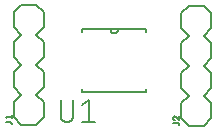
<source format=gbr>
G04 EAGLE Gerber RS-274X export*
G75*
%MOMM*%
%FSLAX34Y34*%
%LPD*%
%INSilkscreen Top*%
%IPPOS*%
%AMOC8*
5,1,8,0,0,1.08239X$1,22.5*%
G01*
%ADD10C,0.203200*%
%ADD11C,0.127000*%
%ADD12C,0.152400*%


D10*
X12700Y95050D02*
X12700Y107750D01*
X19050Y114100D01*
X31750Y114100D02*
X38100Y107750D01*
X12700Y69650D02*
X19050Y63300D01*
X12700Y69650D02*
X12700Y82350D01*
X19050Y88700D01*
X31750Y88700D02*
X38100Y82350D01*
X38100Y69650D01*
X31750Y63300D01*
X19050Y88700D02*
X12700Y95050D01*
X31750Y88700D02*
X38100Y95050D01*
X38100Y107750D01*
X12700Y31550D02*
X12700Y18850D01*
X12700Y31550D02*
X19050Y37900D01*
X31750Y37900D02*
X38100Y31550D01*
X19050Y37900D02*
X12700Y44250D01*
X12700Y56950D01*
X19050Y63300D01*
X31750Y63300D02*
X38100Y56950D01*
X38100Y44250D01*
X31750Y37900D01*
X31750Y12500D02*
X19050Y12500D01*
X12700Y18850D01*
X31750Y12500D02*
X38100Y18850D01*
X38100Y31550D01*
X31750Y114100D02*
X19050Y114100D01*
D11*
X9723Y14744D02*
X5969Y14744D01*
X9723Y14743D02*
X9788Y14741D01*
X9852Y14735D01*
X9916Y14725D01*
X9980Y14712D01*
X10042Y14694D01*
X10103Y14673D01*
X10163Y14649D01*
X10221Y14620D01*
X10278Y14588D01*
X10332Y14553D01*
X10384Y14515D01*
X10434Y14473D01*
X10481Y14429D01*
X10525Y14382D01*
X10567Y14332D01*
X10605Y14280D01*
X10640Y14226D01*
X10672Y14169D01*
X10701Y14111D01*
X10725Y14051D01*
X10746Y13990D01*
X10764Y13928D01*
X10777Y13864D01*
X10787Y13800D01*
X10793Y13736D01*
X10795Y13671D01*
X10795Y13135D01*
X7041Y17692D02*
X5969Y19032D01*
X10795Y19032D01*
X10795Y17692D02*
X10795Y20373D01*
D10*
X154400Y94050D02*
X154400Y106750D01*
X160750Y113100D01*
X173450Y113100D02*
X179800Y106750D01*
X154400Y68650D02*
X160750Y62300D01*
X154400Y68650D02*
X154400Y81350D01*
X160750Y87700D01*
X173450Y87700D02*
X179800Y81350D01*
X179800Y68650D01*
X173450Y62300D01*
X160750Y87700D02*
X154400Y94050D01*
X173450Y87700D02*
X179800Y94050D01*
X179800Y106750D01*
X154400Y30550D02*
X154400Y17850D01*
X154400Y30550D02*
X160750Y36900D01*
X173450Y36900D02*
X179800Y30550D01*
X160750Y36900D02*
X154400Y43250D01*
X154400Y55950D01*
X160750Y62300D01*
X173450Y62300D02*
X179800Y55950D01*
X179800Y43250D01*
X173450Y36900D01*
X173450Y11500D02*
X160750Y11500D01*
X154400Y17850D01*
X173450Y11500D02*
X179800Y17850D01*
X179800Y30550D01*
X173450Y113100D02*
X160750Y113100D01*
D11*
X151423Y13744D02*
X147669Y13744D01*
X151423Y13743D02*
X151488Y13741D01*
X151552Y13735D01*
X151616Y13725D01*
X151680Y13712D01*
X151742Y13694D01*
X151803Y13673D01*
X151863Y13649D01*
X151921Y13620D01*
X151978Y13588D01*
X152032Y13553D01*
X152084Y13515D01*
X152134Y13473D01*
X152181Y13429D01*
X152225Y13382D01*
X152267Y13332D01*
X152305Y13280D01*
X152340Y13226D01*
X152372Y13169D01*
X152401Y13111D01*
X152425Y13051D01*
X152446Y12990D01*
X152464Y12928D01*
X152477Y12864D01*
X152487Y12800D01*
X152493Y12736D01*
X152495Y12671D01*
X152495Y12135D01*
X147669Y18166D02*
X147671Y18234D01*
X147677Y18301D01*
X147686Y18368D01*
X147699Y18435D01*
X147716Y18500D01*
X147737Y18565D01*
X147761Y18628D01*
X147789Y18690D01*
X147820Y18750D01*
X147854Y18808D01*
X147892Y18864D01*
X147932Y18919D01*
X147976Y18970D01*
X148023Y19019D01*
X148072Y19066D01*
X148123Y19110D01*
X148178Y19150D01*
X148234Y19188D01*
X148292Y19222D01*
X148352Y19253D01*
X148414Y19281D01*
X148477Y19305D01*
X148542Y19326D01*
X148607Y19343D01*
X148674Y19356D01*
X148741Y19365D01*
X148808Y19371D01*
X148876Y19373D01*
X147669Y18166D02*
X147671Y18088D01*
X147677Y18010D01*
X147687Y17933D01*
X147700Y17856D01*
X147718Y17780D01*
X147739Y17705D01*
X147764Y17631D01*
X147793Y17559D01*
X147825Y17488D01*
X147861Y17419D01*
X147900Y17351D01*
X147943Y17286D01*
X147989Y17223D01*
X148038Y17162D01*
X148090Y17104D01*
X148145Y17049D01*
X148202Y16996D01*
X148262Y16947D01*
X148325Y16900D01*
X148390Y16857D01*
X148456Y16817D01*
X148525Y16780D01*
X148596Y16747D01*
X148668Y16717D01*
X148742Y16691D01*
X149814Y18971D02*
X149765Y19020D01*
X149713Y19067D01*
X149658Y19110D01*
X149601Y19151D01*
X149542Y19189D01*
X149481Y19223D01*
X149418Y19254D01*
X149354Y19282D01*
X149288Y19306D01*
X149222Y19326D01*
X149154Y19343D01*
X149085Y19356D01*
X149016Y19365D01*
X148946Y19371D01*
X148876Y19373D01*
X149814Y18971D02*
X152495Y16692D01*
X152495Y19373D01*
D12*
X70676Y39630D02*
X70676Y42170D01*
X124524Y90430D02*
X124524Y92970D01*
X124524Y39630D02*
X70676Y39630D01*
X124524Y39630D02*
X124524Y42170D01*
X124524Y92970D02*
X100648Y92970D01*
X94552Y92970D01*
X70676Y92970D01*
X70676Y90430D01*
X94552Y92970D02*
X94554Y92861D01*
X94560Y92753D01*
X94569Y92644D01*
X94583Y92536D01*
X94600Y92429D01*
X94622Y92322D01*
X94647Y92216D01*
X94675Y92111D01*
X94708Y92007D01*
X94744Y91905D01*
X94784Y91804D01*
X94827Y91704D01*
X94874Y91606D01*
X94925Y91509D01*
X94979Y91415D01*
X95036Y91322D01*
X95096Y91232D01*
X95160Y91143D01*
X95227Y91057D01*
X95296Y90974D01*
X95369Y90893D01*
X95445Y90815D01*
X95523Y90739D01*
X95604Y90666D01*
X95687Y90597D01*
X95773Y90530D01*
X95862Y90466D01*
X95952Y90406D01*
X96045Y90349D01*
X96139Y90295D01*
X96236Y90244D01*
X96334Y90197D01*
X96434Y90154D01*
X96535Y90114D01*
X96637Y90078D01*
X96741Y90045D01*
X96846Y90017D01*
X96952Y89992D01*
X97059Y89970D01*
X97166Y89953D01*
X97274Y89939D01*
X97383Y89930D01*
X97491Y89924D01*
X97600Y89922D01*
X97709Y89924D01*
X97817Y89930D01*
X97926Y89939D01*
X98034Y89953D01*
X98141Y89970D01*
X98248Y89992D01*
X98354Y90017D01*
X98459Y90045D01*
X98563Y90078D01*
X98665Y90114D01*
X98766Y90154D01*
X98866Y90197D01*
X98964Y90244D01*
X99061Y90295D01*
X99155Y90349D01*
X99248Y90406D01*
X99338Y90466D01*
X99427Y90530D01*
X99513Y90597D01*
X99596Y90666D01*
X99677Y90739D01*
X99755Y90815D01*
X99831Y90893D01*
X99904Y90974D01*
X99973Y91057D01*
X100040Y91143D01*
X100104Y91232D01*
X100164Y91322D01*
X100221Y91415D01*
X100275Y91509D01*
X100326Y91606D01*
X100373Y91704D01*
X100416Y91804D01*
X100456Y91905D01*
X100492Y92007D01*
X100525Y92111D01*
X100553Y92216D01*
X100578Y92322D01*
X100600Y92429D01*
X100617Y92536D01*
X100631Y92644D01*
X100640Y92753D01*
X100646Y92861D01*
X100648Y92970D01*
X100646Y92861D01*
X100640Y92753D01*
X100631Y92644D01*
X100617Y92536D01*
X100600Y92429D01*
X100578Y92322D01*
X100553Y92216D01*
X100525Y92111D01*
X100492Y92007D01*
X100456Y91905D01*
X100416Y91804D01*
X100373Y91704D01*
X100326Y91606D01*
X100275Y91509D01*
X100221Y91415D01*
X100164Y91322D01*
X100104Y91232D01*
X100040Y91143D01*
X99973Y91057D01*
X99904Y90974D01*
X99831Y90893D01*
X99755Y90815D01*
X99677Y90739D01*
X99596Y90666D01*
X99513Y90597D01*
X99427Y90530D01*
X99338Y90466D01*
X99248Y90406D01*
X99155Y90349D01*
X99061Y90295D01*
X98964Y90244D01*
X98866Y90197D01*
X98766Y90154D01*
X98665Y90114D01*
X98563Y90078D01*
X98459Y90045D01*
X98354Y90017D01*
X98248Y89992D01*
X98141Y89970D01*
X98034Y89953D01*
X97926Y89939D01*
X97817Y89930D01*
X97709Y89924D01*
X97600Y89922D01*
X97491Y89924D01*
X97383Y89930D01*
X97274Y89939D01*
X97166Y89953D01*
X97059Y89970D01*
X96952Y89992D01*
X96846Y90017D01*
X96741Y90045D01*
X96637Y90078D01*
X96535Y90114D01*
X96434Y90154D01*
X96334Y90197D01*
X96236Y90244D01*
X96139Y90295D01*
X96045Y90349D01*
X95952Y90406D01*
X95862Y90466D01*
X95773Y90530D01*
X95687Y90597D01*
X95604Y90666D01*
X95523Y90739D01*
X95445Y90815D01*
X95369Y90893D01*
X95296Y90974D01*
X95227Y91057D01*
X95160Y91143D01*
X95096Y91232D01*
X95036Y91322D01*
X94979Y91415D01*
X94925Y91509D01*
X94874Y91606D01*
X94827Y91704D01*
X94784Y91804D01*
X94744Y91905D01*
X94708Y92007D01*
X94675Y92111D01*
X94647Y92216D01*
X94622Y92322D01*
X94600Y92429D01*
X94583Y92536D01*
X94569Y92644D01*
X94560Y92753D01*
X94554Y92861D01*
X94552Y92970D01*
D10*
X52346Y33505D02*
X52346Y19917D01*
X52347Y19917D02*
X52349Y19774D01*
X52355Y19632D01*
X52365Y19489D01*
X52378Y19347D01*
X52396Y19205D01*
X52417Y19064D01*
X52442Y18924D01*
X52471Y18784D01*
X52504Y18645D01*
X52541Y18507D01*
X52581Y18370D01*
X52625Y18234D01*
X52673Y18100D01*
X52725Y17967D01*
X52780Y17835D01*
X52838Y17705D01*
X52901Y17576D01*
X52966Y17450D01*
X53035Y17325D01*
X53108Y17202D01*
X53184Y17081D01*
X53263Y16962D01*
X53345Y16845D01*
X53431Y16731D01*
X53519Y16619D01*
X53611Y16509D01*
X53705Y16402D01*
X53803Y16298D01*
X53903Y16197D01*
X54006Y16098D01*
X54112Y16002D01*
X54220Y15909D01*
X54331Y15818D01*
X54444Y15731D01*
X54559Y15648D01*
X54677Y15567D01*
X54797Y15489D01*
X54919Y15415D01*
X55043Y15344D01*
X55169Y15277D01*
X55296Y15213D01*
X55426Y15153D01*
X55557Y15096D01*
X55689Y15042D01*
X55823Y14993D01*
X55958Y14947D01*
X56094Y14905D01*
X56232Y14866D01*
X56370Y14831D01*
X56510Y14800D01*
X56650Y14773D01*
X56791Y14750D01*
X56932Y14730D01*
X57074Y14715D01*
X57216Y14703D01*
X57359Y14695D01*
X57502Y14691D01*
X57644Y14691D01*
X57787Y14695D01*
X57930Y14703D01*
X58072Y14715D01*
X58214Y14730D01*
X58355Y14750D01*
X58496Y14773D01*
X58636Y14800D01*
X58776Y14831D01*
X58914Y14866D01*
X59052Y14905D01*
X59188Y14947D01*
X59323Y14993D01*
X59457Y15042D01*
X59589Y15096D01*
X59720Y15153D01*
X59850Y15213D01*
X59977Y15277D01*
X60103Y15344D01*
X60227Y15415D01*
X60349Y15489D01*
X60469Y15567D01*
X60587Y15648D01*
X60702Y15731D01*
X60815Y15818D01*
X60926Y15909D01*
X61034Y16002D01*
X61140Y16098D01*
X61243Y16197D01*
X61343Y16298D01*
X61441Y16402D01*
X61535Y16509D01*
X61627Y16619D01*
X61715Y16731D01*
X61801Y16845D01*
X61883Y16962D01*
X61962Y17081D01*
X62038Y17202D01*
X62111Y17325D01*
X62180Y17450D01*
X62245Y17576D01*
X62308Y17705D01*
X62366Y17835D01*
X62421Y17967D01*
X62473Y18100D01*
X62521Y18234D01*
X62565Y18370D01*
X62605Y18507D01*
X62642Y18645D01*
X62675Y18784D01*
X62704Y18924D01*
X62729Y19064D01*
X62750Y19205D01*
X62768Y19347D01*
X62781Y19489D01*
X62791Y19632D01*
X62797Y19774D01*
X62799Y19917D01*
X62799Y33505D01*
X70789Y29324D02*
X76016Y33505D01*
X76016Y14690D01*
X81242Y14690D02*
X70789Y14690D01*
M02*

</source>
